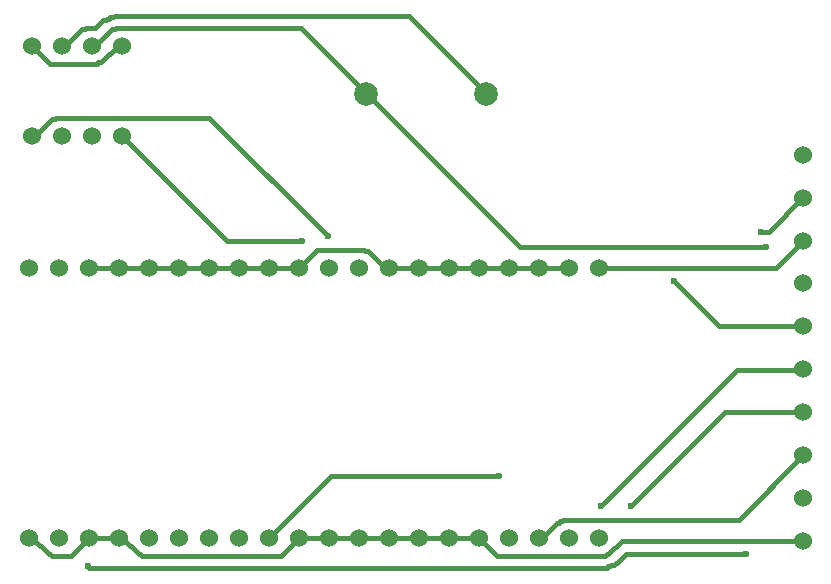
<source format=gbl>
G04 #@! TF.FileFunction,Copper,L2,Bot,Signal*
%FSLAX46Y46*%
G04 Gerber Fmt 4.6, Leading zero omitted, Abs format (unit mm)*
G04 Created by KiCad (PCBNEW 4.0.0-rc2-stable) date 3/19/2016 11:55:38 AM*
%MOMM*%
G01*
G04 APERTURE LIST*
%ADD10C,0.600000*%
%ADD11C,1.524000*%
%ADD12C,1.998980*%
%ADD13C,0.600000*%
%ADD14C,0.400000*%
G04 APERTURE END LIST*
D10*
D11*
X150444200Y-137302240D03*
X152984200Y-137302240D03*
X155524200Y-137302240D03*
X158064200Y-137302240D03*
X160604200Y-137302240D03*
X163144200Y-137302240D03*
X165684200Y-137302240D03*
X168224200Y-137302240D03*
X170764200Y-137302240D03*
X173304200Y-137302240D03*
X175844200Y-137302240D03*
X178384200Y-137302240D03*
X180924200Y-137302240D03*
X183464200Y-137302240D03*
X186004200Y-137302240D03*
X188544200Y-137302240D03*
X191084200Y-137302240D03*
X193624200Y-137302240D03*
X196164200Y-137302240D03*
X198704200Y-137302240D03*
X198704200Y-114442240D03*
X196164200Y-114442240D03*
X193624200Y-114442240D03*
X191084200Y-114442240D03*
X188544200Y-114442240D03*
X186004200Y-114442240D03*
X183464200Y-114442240D03*
X180924200Y-114442240D03*
X178384200Y-114442240D03*
X175844200Y-114442240D03*
X173304200Y-114442240D03*
X170764200Y-114442240D03*
X168224200Y-114442240D03*
X165684200Y-114442240D03*
X163144200Y-114442240D03*
X160604200Y-114442240D03*
X158064200Y-114442240D03*
X155524200Y-114442240D03*
X152984200Y-114442240D03*
X150444200Y-114442240D03*
X150698200Y-103251000D03*
X153238200Y-103251000D03*
X155778200Y-103251000D03*
X158318200Y-103251000D03*
X150698200Y-95631000D03*
X153238200Y-95631000D03*
X155778200Y-95631000D03*
X158318200Y-95631000D03*
X215973660Y-137541000D03*
X215973660Y-133911000D03*
X215973660Y-130281000D03*
X215973660Y-126651000D03*
X215973660Y-123021000D03*
X215973660Y-119391000D03*
X215973660Y-115761000D03*
X215973660Y-112131000D03*
X215973660Y-108501000D03*
X215973660Y-104871000D03*
D12*
X189179200Y-99695000D03*
X179019200Y-99695000D03*
D13*
X155448000Y-139700000D03*
X211201000Y-138684000D03*
X175768000Y-111760000D03*
X173609000Y-112141000D03*
X212852000Y-112649000D03*
X205105000Y-115570000D03*
X212471000Y-111379000D03*
X198882000Y-134620000D03*
X201422000Y-134620000D03*
X190246000Y-132080000D03*
D14*
X188544200Y-137302240D02*
X188595000Y-137287000D01*
X188595000Y-137287000D02*
X190119000Y-138811000D01*
X190119000Y-138811000D02*
X199263000Y-138811000D01*
X199263000Y-138811000D02*
X199390000Y-138684000D01*
X199390000Y-138684000D02*
X199517000Y-138684000D01*
X199517000Y-138684000D02*
X200660000Y-137541000D01*
X200660000Y-137541000D02*
X215973660Y-137541000D01*
X173304200Y-137302240D02*
X173355000Y-137287000D01*
X173355000Y-137287000D02*
X171831000Y-138811000D01*
X171831000Y-138811000D02*
X160020000Y-138811000D01*
X160020000Y-138811000D02*
X159893000Y-138684000D01*
X159893000Y-138684000D02*
X159766000Y-138684000D01*
X159766000Y-138684000D02*
X158369000Y-137287000D01*
X158369000Y-137287000D02*
X158115000Y-137287000D01*
X158115000Y-137287000D02*
X158064200Y-137302240D01*
X173304200Y-114442240D02*
X173355000Y-114427000D01*
X173355000Y-114427000D02*
X174879000Y-112903000D01*
X174879000Y-112903000D02*
X178816000Y-112903000D01*
X178816000Y-112903000D02*
X178943000Y-113030000D01*
X178943000Y-113030000D02*
X179197000Y-113030000D01*
X179197000Y-113030000D02*
X180594000Y-114427000D01*
X180594000Y-114427000D02*
X180975000Y-114427000D01*
X180975000Y-114427000D02*
X180924200Y-114442240D01*
X150698200Y-95631000D02*
X150749000Y-95631000D01*
X150749000Y-95631000D02*
X152273000Y-97155000D01*
X152273000Y-97155000D02*
X156210000Y-97155000D01*
X156210000Y-97155000D02*
X156337000Y-97028000D01*
X156337000Y-97028000D02*
X156591000Y-97028000D01*
X156591000Y-97028000D02*
X157988000Y-95631000D01*
X157988000Y-95631000D02*
X158318200Y-95631000D01*
X155524200Y-137302240D02*
X155575000Y-137287000D01*
X155575000Y-137287000D02*
X154051000Y-138811000D01*
X154051000Y-138811000D02*
X152400000Y-138811000D01*
X152400000Y-138811000D02*
X152273000Y-138684000D01*
X152273000Y-138684000D02*
X152146000Y-138684000D01*
X152146000Y-138684000D02*
X150749000Y-137287000D01*
X150749000Y-137287000D02*
X150495000Y-137287000D01*
X150495000Y-137287000D02*
X150444200Y-137302240D01*
X155524200Y-114442240D02*
X155575000Y-114427000D01*
X155575000Y-114427000D02*
X158115000Y-114427000D01*
X158115000Y-114427000D02*
X158064200Y-114442240D01*
X158064200Y-114442240D02*
X158115000Y-114427000D01*
X158115000Y-114427000D02*
X160655000Y-114427000D01*
X160655000Y-114427000D02*
X160604200Y-114442240D01*
X160604200Y-114442240D02*
X160655000Y-114427000D01*
X160655000Y-114427000D02*
X163195000Y-114427000D01*
X163195000Y-114427000D02*
X163144200Y-114442240D01*
X163144200Y-114442240D02*
X163195000Y-114427000D01*
X163195000Y-114427000D02*
X165735000Y-114427000D01*
X165735000Y-114427000D02*
X165684200Y-114442240D01*
X165684200Y-114442240D02*
X165735000Y-114427000D01*
X165735000Y-114427000D02*
X168275000Y-114427000D01*
X168275000Y-114427000D02*
X168224200Y-114442240D01*
X170764200Y-114442240D02*
X170815000Y-114427000D01*
X170815000Y-114427000D02*
X173355000Y-114427000D01*
X173355000Y-114427000D02*
X173304200Y-114442240D01*
X158064200Y-137302240D02*
X158115000Y-137287000D01*
X158115000Y-137287000D02*
X155575000Y-137287000D01*
X155575000Y-137287000D02*
X155524200Y-137302240D01*
X178384200Y-137302240D02*
X178435000Y-137287000D01*
X178435000Y-137287000D02*
X180975000Y-137287000D01*
X180975000Y-137287000D02*
X180924200Y-137302240D01*
X186004200Y-137302240D02*
X186055000Y-137287000D01*
X186055000Y-137287000D02*
X188595000Y-137287000D01*
X188595000Y-137287000D02*
X188544200Y-137302240D01*
X183464200Y-137302240D02*
X183515000Y-137287000D01*
X183515000Y-137287000D02*
X186055000Y-137287000D01*
X186055000Y-137287000D02*
X186004200Y-137302240D01*
X180924200Y-137302240D02*
X180975000Y-137287000D01*
X180975000Y-137287000D02*
X183515000Y-137287000D01*
X183515000Y-137287000D02*
X183464200Y-137302240D01*
X175844200Y-137302240D02*
X175895000Y-137287000D01*
X175895000Y-137287000D02*
X178435000Y-137287000D01*
X178435000Y-137287000D02*
X178384200Y-137302240D01*
X193624200Y-114442240D02*
X193675000Y-114427000D01*
X193675000Y-114427000D02*
X196215000Y-114427000D01*
X196215000Y-114427000D02*
X196164200Y-114442240D01*
X191084200Y-114442240D02*
X191135000Y-114427000D01*
X191135000Y-114427000D02*
X193675000Y-114427000D01*
X193675000Y-114427000D02*
X193624200Y-114442240D01*
X188544200Y-114442240D02*
X188595000Y-114427000D01*
X188595000Y-114427000D02*
X191135000Y-114427000D01*
X191135000Y-114427000D02*
X191084200Y-114442240D01*
X186004200Y-114442240D02*
X186055000Y-114427000D01*
X186055000Y-114427000D02*
X188595000Y-114427000D01*
X188595000Y-114427000D02*
X188544200Y-114442240D01*
X183464200Y-114442240D02*
X183515000Y-114427000D01*
X183515000Y-114427000D02*
X186055000Y-114427000D01*
X186055000Y-114427000D02*
X186004200Y-114442240D01*
X180924200Y-114442240D02*
X180975000Y-114427000D01*
X180975000Y-114427000D02*
X183515000Y-114427000D01*
X183515000Y-114427000D02*
X183464200Y-114442240D01*
X173304200Y-137302240D02*
X173355000Y-137287000D01*
X173355000Y-137287000D02*
X175895000Y-137287000D01*
X175895000Y-137287000D02*
X175844200Y-137302240D01*
X168224200Y-114442240D02*
X168275000Y-114427000D01*
X168275000Y-114427000D02*
X170815000Y-114427000D01*
X170815000Y-114427000D02*
X170764200Y-114442240D01*
X155448000Y-139700000D02*
X155575000Y-139827000D01*
X155575000Y-139827000D02*
X199390000Y-139827000D01*
X199390000Y-139827000D02*
X199517000Y-139700000D01*
X199517000Y-139700000D02*
X199644000Y-139700000D01*
X199644000Y-139700000D02*
X199771000Y-139573000D01*
X199771000Y-139573000D02*
X200025000Y-139573000D01*
X200025000Y-139573000D02*
X200152000Y-139446000D01*
X200152000Y-139446000D02*
X200279000Y-139446000D01*
X200279000Y-139446000D02*
X201041000Y-138684000D01*
X201041000Y-138684000D02*
X211201000Y-138684000D01*
X215973660Y-130281000D02*
X216027000Y-130302000D01*
X216027000Y-130302000D02*
X210566000Y-135763000D01*
X210566000Y-135763000D02*
X195707000Y-135763000D01*
X195707000Y-135763000D02*
X195580000Y-135890000D01*
X195580000Y-135890000D02*
X195453000Y-135890000D01*
X195453000Y-135890000D02*
X195326000Y-136017000D01*
X195326000Y-136017000D02*
X195199000Y-136017000D01*
X195199000Y-136017000D02*
X193929000Y-137287000D01*
X193929000Y-137287000D02*
X193675000Y-137287000D01*
X193675000Y-137287000D02*
X193624200Y-137302240D01*
X175768000Y-111760000D02*
X165735000Y-101727000D01*
X165735000Y-101727000D02*
X152781000Y-101727000D01*
X152781000Y-101727000D02*
X152654000Y-101854000D01*
X152654000Y-101854000D02*
X152400000Y-101854000D01*
X152400000Y-101854000D02*
X151003000Y-103251000D01*
X151003000Y-103251000D02*
X150698200Y-103251000D01*
X158318200Y-103251000D02*
X158369000Y-103251000D01*
X158369000Y-103251000D02*
X167259000Y-112141000D01*
X167259000Y-112141000D02*
X173609000Y-112141000D01*
X179019200Y-99695000D02*
X179070000Y-99695000D01*
X179070000Y-99695000D02*
X192024000Y-112649000D01*
X192024000Y-112649000D02*
X212852000Y-112649000D01*
X179019200Y-99695000D02*
X179070000Y-99695000D01*
X179070000Y-99695000D02*
X173482000Y-94107000D01*
X173482000Y-94107000D02*
X157861000Y-94107000D01*
X157861000Y-94107000D02*
X157734000Y-94234000D01*
X157734000Y-94234000D02*
X157480000Y-94234000D01*
X157480000Y-94234000D02*
X156083000Y-95631000D01*
X156083000Y-95631000D02*
X155778200Y-95631000D01*
X205105000Y-115570000D02*
X208915000Y-119380000D01*
X208915000Y-119380000D02*
X216027000Y-119380000D01*
X216027000Y-119380000D02*
X215973660Y-119391000D01*
X189179200Y-99695000D02*
X189230000Y-99695000D01*
X189230000Y-99695000D02*
X182626000Y-93091000D01*
X182626000Y-93091000D02*
X157734000Y-93091000D01*
X157734000Y-93091000D02*
X157607000Y-93218000D01*
X157607000Y-93218000D02*
X157353000Y-93218000D01*
X157353000Y-93218000D02*
X157226000Y-93345000D01*
X157226000Y-93345000D02*
X157099000Y-93345000D01*
X157099000Y-93345000D02*
X156972000Y-93472000D01*
X156972000Y-93472000D02*
X156718000Y-93472000D01*
X156718000Y-93472000D02*
X156083000Y-94107000D01*
X156083000Y-94107000D02*
X155321000Y-94107000D01*
X155321000Y-94107000D02*
X155194000Y-94234000D01*
X155194000Y-94234000D02*
X154940000Y-94234000D01*
X154940000Y-94234000D02*
X153543000Y-95631000D01*
X153543000Y-95631000D02*
X153238200Y-95631000D01*
X215973660Y-108501000D02*
X216027000Y-108458000D01*
X216027000Y-108458000D02*
X213106000Y-111379000D01*
X213106000Y-111379000D02*
X212471000Y-111379000D01*
X215973660Y-112131000D02*
X216027000Y-112141000D01*
X216027000Y-112141000D02*
X213741000Y-114427000D01*
X213741000Y-114427000D02*
X198755000Y-114427000D01*
X198755000Y-114427000D02*
X198704200Y-114442240D01*
X198882000Y-134620000D02*
X210439000Y-123063000D01*
X210439000Y-123063000D02*
X216027000Y-123063000D01*
X216027000Y-123063000D02*
X215973660Y-123021000D01*
X201422000Y-134620000D02*
X209423000Y-126619000D01*
X209423000Y-126619000D02*
X216027000Y-126619000D01*
X216027000Y-126619000D02*
X215973660Y-126651000D01*
X170764200Y-137302240D02*
X170815000Y-137287000D01*
X170815000Y-137287000D02*
X176022000Y-132080000D01*
X176022000Y-132080000D02*
X190246000Y-132080000D01*
M02*

</source>
